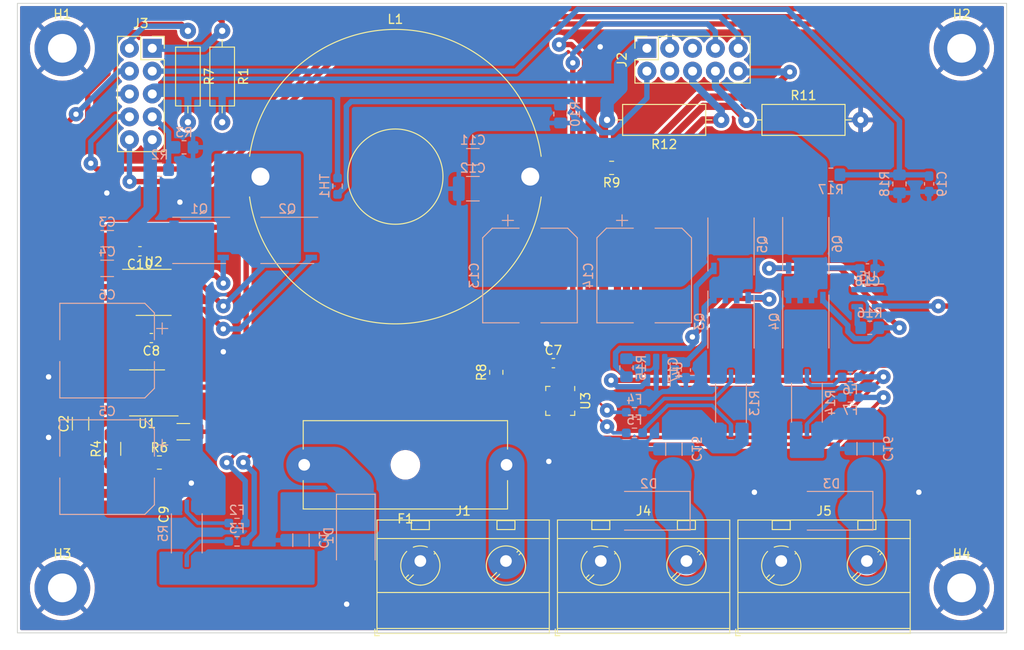
<source format=kicad_pcb>
(kicad_pcb (version 20211014) (generator pcbnew)
  (layers (0 "F.Cu" signal) (31 "B.Cu" signal) (34 "B.Paste" user) (35 "F.Paste" user) (36 "B.SilkS" user "B.Silkscreen") (37 "F.SilkS" user "F.Silkscreen") (38 "B.Mask" user) (39 "F.Mask" user) (44 "Edge.Cuts" user))
  (net 0 "")
  (net 1 "Net-(C1-Pad3)")
  (net 2 "GND")
  (net 3 "Net-(C10-Pad1)")
  (net 4 "Net-(C10-Pad2)")
  (net 5 "+5V")
  (net 6 "Net-(C11-Pad1)")
  (net 7 "/SOLAR+")
  (net 8 "Net-(C15-Pad1)")
  (net 9 "/SOLAR_PWR")
  (net 10 "/+7V")
  (net 11 "Net-(C17-Pad1)")
  (net 12 "Net-(C16-Pad1)")
  (net 13 "Net-(C18-Pad1)")
  (net 14 "Net-(F1-Pad1)")
  (net 15 "/BATT2+")
  (net 16 "Net-(F2-Pad1)")
  (net 17 "/BATT1+")
  (net 18 "PWM_V")
  (net 19 "Net-(F2-Pad2)")
  (net 20 "Net-(F3-Pad2)")
  (net 21 "/SCL")
  (net 22 "/SDA")
  (net 25 "Net-(F3-Pad1)")
  (net 26 "Net-(F4-Pad1)")
  (net 27 "Net-(F4-Pad2)")
  (net 28 "Net-(F5-Pad1)")
  (net 29 "Net-(F5-Pad2)")
  (net 30 "Net-(F6-Pad1)")
  (net 31 "Net-(F6-Pad2)")
  (net 32 "Net-(F7-Pad1)")
  (net 33 "Net-(F7-Pad2)")
  (net 34 "Net-(Q1-Pad4)")
  (net 35 "Net-(Q2-Pad4)")
  (net 36 "Net-(Q3-Pad4)")
  (net 37 "Net-(Q3-Pad5)")
  (net 38 "Net-(Q4-Pad4)")
  (net 39 "Net-(Q4-Pad5)")
  (net 40 "BATT2_ON")
  (net 41 "BATT1_ON")
  (net 42 "/PWM_OK")
  (net 43 "/PWM_OFF")
  (net 44 "/AL1")
  (net 45 "/~{PAC_DOWN}")
  (net 46 "/AL2")
  (net 47 "/PWM")
  (net 48 "/Solar_V")
  (net 51 "/TH")
  (net 52 "Net-(R4-Pad2)")
  (net 53 "Net-(R8-Pad1)")
  (net 54 "Net-(R15-Pad2)")
  (net 55 "Net-(R16-Pad2)")
  (footprint "Resistor_SMD:R_1206_3216Metric_Pad1.30x1.75mm_HandSolder" (layer "F.Cu") (at 60.579 129.54 90)
    (fp_text reference "R4")
    (fp_text value "56k")
  )
  (footprint "Capacitor_SMD:C_1206_3216Metric_Pad1.33x1.80mm_HandSolder" (layer "F.Cu") (at 68.453 127.635 180)
    (fp_text reference "C9")
    (fp_text value "22µ")
  )
  (footprint "MountingHole:MountingHole_3.2mm_M3_DIN965_Pad" (layer "F.Cu") (at 55 85)
    (fp_text reference "H1")
    (fp_text value "MountingHole_Pad")
  )
  (footprint "Package_SO:SOIC-8_3.9x4.9mm_P1.27mm" (layer "F.Cu") (at 65.151 112.141)
    (fp_text reference "U2")
    (fp_text value "NCP5901B")
  )
  (footprint "Capacitor_SMD:C_0603_1608Metric_Pad1.08x0.95mm_HandSolder" (layer "F.Cu") (at 64.897 117.221 180)
    (fp_text reference "C8")
    (fp_text value "100nF")
  )
  (footprint "TerminalBlock_MetzConnect:TerminalBlock_MetzConnect_Type703_RT10N02HGLU_1x02_P9.52mm_Horizontal" (layer "F.Cu") (at 114.874 142.014)
    (fp_text reference "J4")
    (fp_text value "BATT2")
  )
  (footprint "Fuse:Fuseholder_Cylinder-5x20mm_Schurter_0031_8201_Horizontal_Open" (layer "F.Cu") (at 104.394 131.318 180)
    (fp_text reference "F1")
    (fp_text value "10A")
  )
  (footprint "Connector_PinSocket_2.54mm:PinSocket_2x05_P2.54mm_Vertical" (layer "F.Cu") (at 120 85 90)
    (fp_text reference "J2")
    (fp_text value "DCDC-MEASURES")
  )
  (footprint "MountingHole:MountingHole_3.2mm_M3_DIN965_Pad" (layer "F.Cu") (at 155 145)
    (fp_text reference "H4")
    (fp_text value "MountingHole_Pad")
  )
  (footprint "Resistor_THT:R_Axial_DIN0309_L9.0mm_D3.2mm_P12.70mm_Horizontal" (layer "F.Cu") (at 131.064 92.964)
    (fp_text reference "R11")
    (fp_text value "10K")
  )
  (footprint "Capacitor_SMD:C_1206_3216Metric_Pad1.33x1.80mm_HandSolder" (layer "F.Cu") (at 57.023 126.746 90)
    (fp_text reference "C2")
    (fp_text value "100nF50V")
  )
  (footprint "TerminalBlock_MetzConnect:TerminalBlock_MetzConnect_Type703_RT10N02HGLU_1x02_P9.52mm_Horizontal" (layer "F.Cu") (at 134.94 142.014)
    (fp_text reference "J5")
    (fp_text value "BATT1")
  )
  (footprint "local:VQFN-16-1EP_3x3mm_P0.5mm_EP1.1x1.1mm" (layer "F.Cu") (at 110.363 124.206 -90)
    (fp_text reference "U3")
    (fp_text value "PAC1953-1")
  )
  (footprint "Resistor_SMD:R_0805_2012Metric_Pad1.20x1.40mm_HandSolder" (layer "F.Cu") (at 65.786 131.064)
    (fp_text reference "R6")
    (fp_text value "270k")
  )
  (footprint "Inductor_THT:L_Toroid_Horizontal_D32.5mm_P30.00mm_Bourns_2300" (layer "F.Cu") (at 77.028 99.27)
    (fp_text reference "L1")
    (fp_text value "22µH")
  )
  (footprint "Connector_PinSocket_2.54mm:PinSocket_2x05_P2.54mm_Vertical" (layer "F.Cu") (at 65 85)
    (fp_text reference "J3")
    (fp_text value "DCDC-PWM")
  )
  (footprint "MountingHole:MountingHole_3.2mm_M3_DIN965_Pad" (layer "F.Cu") (at 155 85)
    (fp_text reference "H2")
    (fp_text value "MountingHole_Pad")
  )
  (footprint "Capacitor_SMD:C_0603_1608Metric_Pad1.08x0.95mm_HandSolder" (layer "F.Cu") (at 109.601 120.015)
    (fp_text reference "C7")
    (fp_text value "100nF")
  )
  (footprint "Capacitor_SMD:C_0603_1608Metric_Pad1.08x0.95mm_HandSolder" (layer "F.Cu") (at 63.627 107.569 180)
    (fp_text reference "C10")
    (fp_text value "100nF")
  )
  (footprint "Resistor_THT:R_Axial_DIN0309_L9.0mm_D3.2mm_P12.70mm_Horizontal" (layer "F.Cu") (at 128.27 92.964 180)
    (fp_text reference "R12")
    (fp_text value "10K")
  )
  (footprint "TerminalBlock_MetzConnect:TerminalBlock_MetzConnect_Type703_RT10N02HGLU_1x02_P9.52mm_Horizontal" (layer "F.Cu") (at 94.808 142.014)
    (fp_text reference "J1")
    (fp_text value "SOLAR_IN")
  )
  (footprint "Resistor_THT:R_Axial_DIN0207_L6.3mm_D2.5mm_P10.16mm_Horizontal" (layer "F.Cu") (at 72.771 83.058 -90)
    (fp_text reference "R1")
    (fp_text value "100K")
  )
  (footprint "Resistor_SMD:R_0805_2012Metric_Pad1.20x1.40mm_HandSolder" (layer "F.Cu") (at 116.078 98.298 180)
    (fp_text reference "R9")
    (fp_text value "10K")
  )
  (footprint "Package_SO:SOIC-8_3.9x4.9mm_P1.27mm" (layer "F.Cu") (at 64.421 123.317 180)
    (fp_text reference "U1")
    (fp_text value "LP4951C")
  )
  (footprint "Resistor_THT:R_Axial_DIN0207_L6.3mm_D2.5mm_P10.16mm_Horizontal" (layer "F.Cu") (at 68.961 83.058 -90)
    (fp_text reference "R7")
    (fp_text value "100K")
  )
  (footprint "Resistor_SMD:R_0805_2012Metric_Pad1.20x1.40mm_HandSolder" (layer "F.Cu") (at 103.251 121.031 90)
    (fp_text reference "R8")
    (fp_text value "10K")
  )
  (footprint "MountingHole:MountingHole_3.2mm_M3_DIN965_Pad" (layer "F.Cu") (at 55 145)
    (fp_text reference "H3")
    (fp_text value "MountingHole_Pad")
  )
  (footprint "Package_SO:PowerPAK_SO-8_Single" (layer "B.Cu") (at 129.352 115.3935 -90)
    (fp_text reference "Q3")
    (fp_text value "SI7149ADP")
  )
  (footprint "Capacitor_SMD:C_0603_1608Metric_Pad1.08x0.95mm_HandSolder" (layer "B.Cu") (at 144.526 109.474)
    (fp_text reference "C18")
    (fp_text value "100nF")
  )
  (footprint "Package_TO_SOT_SMD:TSOT-23-5" (layer "B.Cu") (at 121.031 120.777 90)
    (fp_text reference "U4")
    (fp_text value "DGD0215")
  )
  (footprint "Package_SO:PowerPAK_SO-8_Single" (layer "B.Cu") (at 137.668 106.752 90)
    (fp_text reference "Q6")
    (fp_text value "SI7149ADP")
  )
  (footprint "Package_SO:PowerPAK_SO-8_Single" (layer "B.Cu") (at 70.214 106.359999 180)
    (fp_text reference "Q1")
    (fp_text value "SIR164ADP")
  )
  (footprint "Resistor_SMD:R_0603_1608Metric_Pad0.98x0.95mm_HandSolder" (layer "B.Cu") (at 74.422 137.795 180)
    (fp_text reference "F2")
    (fp_text value " MC011422")
  )
  (footprint "Resistor_SMD:R_0805_2012Metric_Pad1.20x1.40mm_HandSolder" (layer "B.Cu") (at 148.082 100.076 -90)
    (fp_text reference "R18")
    (fp_text value "22k")
  )
  (footprint "Diode_SMD:D_SMB_Handsoldering" (layer "B.Cu") (at 87.63 139.192 -90)
    (fp_text reference "D1")
    (fp_text value "SMBJ28A")
  )
  (footprint "Capacitor_SMD:CP_Elec_10x12.6" (layer "B.Cu") (at 107 110.264 -90)
    (fp_text reference "C13")
    (fp_text value "330µ35V")
  )
  (footprint "Capacitor_SMD:C_1206_3216Metric_Pad1.33x1.80mm_HandSolder" (layer "B.Cu") (at 100.65 97.056 180)
    (fp_text reference "C11")
    (fp_text value "100nF")
  )
  (footprint "Capacitor_SMD:CP_Elec_10x12.6" (layer "B.Cu") (at 119.7 110.264 -90)
    (fp_text reference "C14")
    (fp_text value "330µ35V")
  )
  (footprint "Capacitor_SMD:CP_Elec_10x12.6" (layer "B.Cu") (at 59.976 131.572 180)
    (fp_text reference "C5")
    (fp_text value "330µ35V")
  )
  (footprint "Resistor_SMD:R_0805_2012Metric_Pad1.20x1.40mm_HandSolder" (layer "B.Cu") (at 117.729 120.523 90)
    (fp_text reference "R15")
    (fp_text value "10")
  )
  (footprint "Package_SO:PowerPAK_SO-8_Single" (layer "B.Cu") (at 80.01 106.359999 180)
    (fp_text reference "Q2")
    (fp_text value "SIR164ADP")
  )
  (footprint "Resistor_SMD:R_0805_2012Metric_Pad1.20x1.40mm_HandSolder" (layer "B.Cu") (at 65.811399 98.501199 180)
    (fp_text reference "R2")
    (fp_text value "22k")
  )
  (footprint "Package_TO_SOT_SMD:TSOT-23-5" (layer "B.Cu") (at 144.526 112.776 180)
    (fp_text reference "U5")
    (fp_text value "DGD0215")
  )
  (footprint "Resistor_SMD:R_0603_1608Metric_Pad0.98x0.95mm_HandSolder" (layer "B.Cu") (at 142.621 123.825)
    (fp_text reference "F7")
    (fp_text value " MC011422")
  )
  (footprint "Package_SO:PowerPAK_SO-8_Single" (layer "B.Cu") (at 129.352 106.807 90)
    (fp_text reference "Q5")
    (fp_text value "SI7149ADP")
  )
  (footprint "Resistor_SMD:R_0805_2012Metric_Pad1.20x1.40mm_HandSolder" (layer "B.Cu") (at 68.5292 96.012 180)
    (fp_text reference "R3")
    (fp_text value "1.74k")
  )
  (footprint "Resistor_SMD:R_0603_1608Metric_Pad0.98x0.95mm_HandSolder" (layer "B.Cu") (at 74.422 139.827 180)
    (fp_text reference "F3")
    (fp_text value " MC011422")
  )
  (footprint "Capacitor_SMD:C_1206_3216Metric_Pad1.33x1.80mm_HandSolder" (layer "B.Cu") (at 59.9825 106.172 180)
    (fp_text reference "C3")
    (fp_text value "4.7µ50V")
  )
  (footprint "Capacitor_SMD:C_1206_3216Metric_Pad1.33x1.80mm_HandSolder" (layer "B.Cu") (at 59.9825 109.474 180)
    (fp_text reference "C4")
    (fp_text value "4.7µ50V")
  )
  (footprint "local:R-Shunt_2512_6332Metric_Pad1.40x3.35mm_HandSolder" (layer "B.Cu") (at 137.795 124.405 90)
    (fp_text reference "R14")
    (fp_text value "0.002")
  )
  (footprint "local:C_filter_1206" (layer "B.Cu") (at 81.534 139.7 90)
    (fp_text reference "C1")
    (fp_text value "YFF31HC")
  )
  (footprint "Resistor_SMD:R_0805_2012Metric_Pad1.20x1.40mm_HandSolder" (layer "B.Cu") (at 144.78 116.078 180)
    (fp_text reference "R16")
    (fp_text value "10")
  )
  (footprint "Resistor_SMD:R_0603_1608Metric_Pad0.98x0.95mm_HandSolder" (layer "B.Cu") (at 118.618 125.476 180)
    (fp_text reference "F4")
    (fp_text value " MC011422")
  )
  (footprint "local:R-Shunt_2512_6332Metric_Pad1.40x3.35mm_HandSolder" (layer "B.Cu") (at 68.834 138.938 -90)
    (fp_text reference "R5")
    (fp_text value "0.002")
  )
  (footprint "Capacitor_SMD:C_1210_3225Metric_Pad1.33x2.70mm_HandSolder" (layer "B.Cu") (at 100.65 100.612 180)
    (fp_text reference "C12")
    (fp_text value "10µ25V")
  )
  (footprint "local:R-Shunt_2512_6332Metric_Pad1.40x3.35mm_HandSolder" (layer "B.Cu") (at 129.352 124.46 90)
    (fp_text reference "R13")
    (fp_text value "0.002")
  )
  (footprint "Diode_SMD:D_SMB_Handsoldering" (layer "B.Cu") (at 120.208 136.426 180)
    (fp_text reference "D2")
    (fp_text value "SMBJ16A")
  )
  (footprint "Resistor_SMD:R_0805_2012Metric_Pad1.20x1.40mm_HandSolder" (layer "B.Cu") (at 140.462 99.06)
    (fp_text reference "R17")
    (fp_text value "157k")
  )
  (footprint "Capacitor_SMD:C_0603_1608Metric_Pad1.08x0.95mm_HandSolder" (layer "B.Cu") (at 151.384 100.076 90)
    (fp_text reference "C19")
    (fp_text value "100nF")
  )
  (footprint "local:C_filter_1206" (layer "B.Cu") (at 144.272 129.54 90)
    (fp_text reference "C16")
    (fp_text value "YFF31HC")
  )
  (footprint "Capacitor_SMD:C_0603_1608Metric_Pad1.08x0.95mm_HandSolder" (layer "B.Cu") (at 124.333 120.777 -90)
    (fp_text reference "C17")
    (fp_text value "100nF")
  )
  (footprint "local:C_filter_1206" (layer "B.Cu") (at 123.002 129.568 90)
    (fp_text reference "C15")
    (fp_text value "YFF31HC")
  )
  (footprint "Resistor_SMD:R_0603_1608Metric_Pad0.98x0.95mm_HandSolder" (layer "B.Cu") (at 85.598 100.33 -90)
    (fp_text reference "TH1")
    (fp_text value "NTC10K")
  )
  (footprint "Resistor_SMD:R_0603_1608Metric_Pad0.98x0.95mm_HandSolder" (layer "B.Cu") (at 142.621 121.539)
    (fp_text reference "F6")
    (fp_text value " MC011422")
  )
  (footprint "Package_SO:PowerPAK_SO-8_Single" (layer "B.Cu") (at 137.668 115.388 -90)
    (fp_text reference "Q4")
    (fp_text value "SI7149ADP")
  )
  (footprint "Diode_SMD:D_SMB_Handsoldering" (layer "B.Cu") (at 140.528 136.426 180)
    (fp_text reference "D3")
    (fp_text value "SMBJ16A")
  )
  (footprint "Resistor_SMD:R_0603_1608Metric_Pad0.98x0.95mm_HandSolder" (layer "B.Cu") (at 118.618 127.762 180)
    (fp_text reference "F5")
    (fp_text value " MC011422")
  )
  (footprint "Capacitor_SMD:CP_Elec_10x12.6" (layer "B.Cu") (at 59.976 118.618 180)
    (fp_text reference "C6")
    (fp_text value "330µ35V")
  )
  (footprint "Resistor_SMD:R_0805_2012Metric_Pad1.20x1.40mm_HandSolder" (layer "B.Cu") (at 110.3884 92.3036 90)
    (fp_text reference "R10")
    (fp_text value "10K")
  )
  (gr_rect (start 50 80) (end 160 150) (layer "Edge.Cuts") (width 0.1) (fill none))
  (segment (start 85.217 131.318) (end 81.894 131.318) (width 4) (layer "B.Cu") (net 1))
  (segment (start 87.63 136.492) (end 87.63 133.731) (width 4) (layer "B.Cu") (net 1))
  (segment (start 87.63 133.731) (end 85.217 131.318) (width 4) (layer "B.Cu") (net 1))
  (segment (start 109.613 125.6435) (end 109.613 130.417) (width 0.25) (layer "F.Cu") (net 2))
  (segment (start 110.113 125.6435) (end 110.113 126.361) (width 0.25) (layer "F.Cu") (net 2))
  (segment (start 110.113 125.6435) (end 110.113 124.456) (width 0.25) (layer "F.Cu") (net 2))
  (segment (start 110.113 122.7685) (end 110.113 123.956) (width 0.25) (layer "F.Cu") (net 2))
  (segment (start 109.613 130.417) (end 109.093 130.937) (width 0.25) (layer "F.Cu") (net 2))
  (segment (start 109.613 125.6435) (end 110.113 125.6435) (width 0.25) (layer "F.Cu") (net 2))
  (segment (start 110.113 126.361) (end 109.728 126.746) (width 0.25) (layer "F.Cu") (net 2))
  (segment (start 110.113 121.5645) (end 108.5635 120.015) (width 0.25) (layer "F.Cu") (net 2))
  (segment (start 110.113 122.7685) (end 110.113 121.5645) (width 0.25) (layer "F.Cu") (net 2))
  (via (at 53.467 121.539) (size 1.6) (drill 0.6) (layers "F.Cu" "B.Cu") (net 2))
  (via (at 53.467 128.27) (size 1.6) (drill 0.6) (layers "F.Cu" "B.Cu") (net 2))
  (via (at 59.944 101.092) (size 1.6) (drill 0.6) (layers "F.Cu" "B.Cu") (net 2))
  (via (at 150.241 134.366) (size 1.6) (drill 0.6) (layers "F.Cu" "B.Cu") (net 2))
  (via (at 108.839 117.856) (size 1.6) (drill 0.6) (layers "F.Cu" "B.Cu") (net 2))
  (via (at 109.093 130.937) (size 1.6) (drill 0.6) (layers "F.Cu" "B.Cu") (net 2))
  (via (at 68.072 102.108) (size 1.6) (drill 0.6) (layers "F.Cu" "B.Cu") (net 2))
  (via (at 86.614 146.812) (size 1.6) (drill 0.6) (layers "F.Cu" "B.Cu") (net 2))
  (via (at 114.808 84.836) (size 1.6) (drill 0.6) (layers "F.Cu" "B.Cu") (net 2))
  (via (at 131.953 134.366) (size 1.6) (drill 0.6) (layers "F.Cu" "B.Cu") (net 2))
  (via (at 72.898 118.745) (size 1.6) (drill 0.6) (layers "F.Cu" "B.Cu") (net 2))
  (segment (start 64.4895 109.007881) (end 64.4895 107.569) (width 0.6) (layer "F.Cu") (net 3))
  (segment (start 66.987619 111.506) (end 64.4895 109.007881) (width 0.6) (layer "F.Cu") (net 3))
  (segment (start 67.626 111.506) (end 70.739 111.506) (width 0.6) (layer "F.Cu") (net 3))
  (segment (start 70.739 111.506) (end 72.898 113.665) (width 0.6) (layer "F.Cu") (net 3))
  (via (at 72.898 113.665) (size 1.6) (drill 0.6) (layers "F.Cu" "B.Cu") (net 3))
  (segment (start 77.215 109.348) (end 77.215 108.264999) (width 0.6) (layer "B.Cu") (net 3))
  (segment (start 72.898 113.665) (end 77.215 109.348) (width 0.6) (layer "B.Cu") (net 3))
  (segment (start 62.5895 107.569) (end 62.5895 110.1495) (width 0.6) (layer "F.Cu") (net 4))
  (segment (start 110.49 118.364) (end 115.189 113.665) (width 1) (layer "F.Cu") (net 5))
  (segment (start 110.49 118.364) (end 110.49 119.8665) (width 1) (layer "F.Cu") (net 5))
  (segment (start 110.613 122.7685) (end 110.613 119.781) (width 0.25) (layer "F.Cu") (net 5))
  (segment (start 115.189 113.665) (end 115.189 93.091) (width 1) (layer "F.Cu") (net 5))
  (segment (start 68.326 89.662) (end 72.136 89.662) (width 1.5) (layer "B.Cu") (net 5))
  (segment (start 72.771 93.218) (end 72.771 90.0938) (width 0.8) (layer "B.Cu") (net 5))
  (segment (start 115.57 90.932) (end 116.5352 89.9668) (width 1.5) (layer "B.Cu") (net 5))
  (segment (start 65.171 89.662) (end 68.326 89.662) (width 1.5) (layer "B.Cu") (net 5))
  (segment (start 72.771 90.0938) (end 73.2028 89.662) (width 0.8) (layer "B.Cu") (net 5))
  (segment (start 68.961 93.218) (end 68.961 90.297) (width 0.8) (layer "B.Cu") (net 5))
  (segment (start 83.4644 89.662) (end 84.7852 89.662) (width 1.5) (layer "B.Cu") (net 5))
  (segment (start 73.2028 89.662) (end 83.4644 89.662) (width 1.5) (layer "B.Cu") (net 5))
  (segment (start 117.094 86.868) (end 118.962 85) (width 1.5) (layer "B.Cu") (net 5))
  (segment (start 84.7852 89.662) (end 116.2304 89.662) (width 1.5) (layer "B.Cu") (net 5))
  (segment (start 116.2304 89.662) (end 116.5352 89.9668) (width 1.5) (layer "B.Cu") (net 5))
  (segment (start 117.094 89.408) (end 117.094 86.868) (width 1.5) (layer "B.Cu") (net 5))
  (segment (start 116.5352 89.9668) (end 117.094 89.408) (width 1.5) (layer "B.Cu") (net 5))
  (segment (start 85.598 90.4748) (end 84.7852 89.662) (width 0.6) (layer "B.Cu") (net 5))
  (segment (start 68.961 90.297) (end 68.326 89.662) (width 0.8) (layer "B.Cu") (net 5))
  (segment (start 118.962 85) (end 120 85) (width 1.5) (layer "B.Cu") (net 5))
  (segment (start 72.136 89.662) (end 73.2028 89.662) (width 1.5) (layer "B.Cu") (net 5))
  (segment (start 115.57 92.964) (end 115.57 90.932) (width 1.5) (layer "B.Cu") (net 5))
  (segment (start 85.598 99.4175) (end 85.598 90.4748) (width 0.6) (layer "B.Cu") (net 5))
  (segment (start 122.908 136.426) (end 122.908 132.478) (width 4) (layer "B.Cu") (net 8))
  (segment (start 124.394 137.912) (end 122.908 136.426) (width 4) (layer "B.Cu") (net 8))
  (segment (start 122.908 132.478) (end 123.002 132.478) (width 4) (layer "B.Cu") (net 8))
  (segment (start 124.394 141.506) (end 124.394 137.912) (width 4) (layer "B.Cu") (net 8))
  (segment (start 53.2765 125.222) (end 61.946 125.222) (width 1) (layer "F.Cu") (net 9))
  (segment (start 51.816 126.6825) (end 53.2765 125.222) (width 1) (layer "F.Cu") (net 9))
  (segment (start 54.737 134.493) (end 51.816 131.572) (width 1) (layer "F.Cu") (net 9))
  (segment (start 68.199 134.493) (end 54.737 134.493) (width 1) (layer "F.Cu") (net 9))
  (segment (start 69.342 133.35) (end 68.199 134.493) (width 1) (layer "F.Cu") (net 9))
  (segment (start 51.816 131.572) (end 51.816 126.6825) (width 1) (layer "F.Cu") (net 9))
  (via (at 69.342 133.35) (size 1.6) (drill 0.6) (layers "F.Cu" "B.Cu") (net 9))
  (segment (start 61.545 106.172) (end 64.77 102.947) (width 1.5) (layer "B.Cu") (net 9))
  (segment (start 64.77 102.947) (end 64.77 95.39) (width 1.5) (layer "B.Cu") (net 9))
  (segment (start 64.77 95.39) (end 65 95.16) (width 1.5) (layer "B.Cu") (net 9))
  (segment (start 66.8905 130.9595) (end 66.786 131.064) (width 1) (layer "F.Cu") (net 10))
  (segment (start 65.659 127.635) (end 64.542 126.518) (width 1) (layer "F.Cu") (net 10))
  (segment (start 64.008 115.378) (end 62.676 114.046) (width 1) (layer "F.Cu") (net 10))
  (segment (start 64.008 123.947263) (end 64.008 115.378) (width 1) (layer "F.Cu") (net 10))
  (segment (start 66.8905 127.635) (end 66.8905 130.9595) (width 1) (layer "F.Cu") (net 10))
  (segment (start 64.542 126.518) (end 64.542 124.481263) (width 1) (layer "F.Cu") (net 10))
  (segment (start 64.542 124.481263) (end 64.008 123.947263) (width 1) (layer "F.Cu") (net 10))
  (segment (start 66.8905 127.635) (end 65.659 127.635) (width 1) (layer "F.Cu") (net 10))
  (segment (start 66.896 125.222) (end 66.896 127.6295) (width 0.6) (layer "F.Cu") (net 10))
  (segment (start 124.333 119.888) (end 126.365 117.856) (width 0.6) (layer "B.Cu") (net 11))
  (segment (start 121.981 121.9145) (end 121.981 119.6395) (width 0.6) (layer "B.Cu") (net 11))
  (segment (start 127.447 112.7235) (end 126.365 113.8055) (width 0.6) (layer "B.Cu") (net 11))
  (segment (start 124.058 119.6395) (end 124.333 119.9145) (width 0.6) (layer "B.Cu") (net 11))
  (segment (start 121.981 119.6395) (end 124.058 119.6395) (width 0.6) (layer "B.Cu") (net 11))
  (segment (start 126.365 113.8055) (end 126.365 117.856) (width 0.6) (layer "B.Cu") (net 11))
  (segment (start 144.46 141.506) (end 144.46 137.658) (width 4) (layer "B.Cu") (net 12))
  (segment (start 143.228 136.426) (end 144.272 135.382) (width 4) (layer "B.Cu") (net 12))
  (segment (start 144.272 135.382) (end 144.272 132.45) (width 4) (layer "B.Cu") (net 12))
  (segment (start 144.46 137.658) (end 143.228 136.426) (width 4) (layer "B.Cu") (net 12))
  (segment (start 143.6635 109.474) (end 143.6635 111.551) (width 0.6) (layer "B.Cu") (net 13))
  (segment (start 143.3885 111.826) (end 145.6635 111.826) (width 0.6) (layer "B.Cu") (net 13))
  (segment (start 143.6635 111.551) (end 143.3885 111.826) (width 0.6) (layer "B.Cu") (net 13))
  (segment (start 139.573 109.422) (end 143.6115 109.422) (width 0.6) (layer "B.Cu") (net 13))
  (segment (start 104.394 131.318) (end 104.394 141.948) (width 4) (layer "B.Cu") (net 14))
  (segment (start 104.394 141.948) (end 104.328 142.014) (width 4) (layer "B.Cu") (net 14))
  (segment (start 73.279 131.064) (end 79.985 124.358) (width 0.4) (layer "F.Cu") (net 16))
  (segment (start 79.985 124.358) (end 106.68 124.358) (width 0.4) (layer "F.Cu") (net 16))
  (segment (start 108.9025 124.433) (end 106.755 124.433) (width 0.25) (layer "F.Cu") (net 16))
  (segment (start 106.755 124.433) (end 106.68 124.358) (width 0.25) (layer "F.Cu") (net 16))
  (segment (start 108.9255 124.456) (end 108.9025 124.433) (width 0.25) (layer "F.Cu") (net 16))
  (via (at 73.279 131.064) (size 1.6) (drill 0.6) (layers "F.Cu" "B.Cu") (net 16))
  (segment (start 75.3345 137.795) (end 75.3345 133.1195) (width 0.6) (layer "B.Cu") (net 16))
  (segment (start 75.3345 133.1195) (end 73.279 131.064) (width 0.6) (layer "B.Cu") (net 16))
  (segment (start 148.082 93.1164) (end 148.082 99.076) (width 0.6) (layer "B.Cu") (net 18))
  (segment (start 135.636 80.6704) (end 148.082 93.1164) (width 0.6) (layer "B.Cu") (net 18))
  (segment (start 148.082 99.076) (end 141.478 99.076) (width 0.6) (layer "B.Cu") (net 18))
  (segment (start 105.42538 87.54) (end 112.29498 80.6704) (width 0.6) (layer "B.Cu") (net 18))
  (segment (start 148.082 99.076) (end 151.3465 99.076) (width 0.6) (layer "B.Cu") (net 18))
  (segment (start 65 87.54) (end 105.42538 87.54) (width 0.6) (layer "B.Cu") (net 18))
  (segment (start 112.29498 80.6704) (end 135.636 80.6704) (width 0.6) (layer "B.Cu") (net 18))
  (segment (start 70.061999 137.795) (end 73.5095 137.795) (width 0.4) (layer "B.Cu") (net 19))
  (segment (start 68.834 135.888) (end 68.834 136.567001) (width 0.4) (layer "B.Cu") (net 19))
  (segment (start 68.834 136.567001) (end 70.061999 137.795) (width 0.4) (layer "B.Cu") (net 19))
  (segment (start 73.5095 139.827) (end 70.315999 139.827) (width 0.4) (layer "B.Cu") (net 20))
  (segment (start 68.834 141.308999) (end 68.834 141.988) (width 0.4) (layer "B.Cu") (net 20))
  (segment (start 70.315999 139.827) (end 68.834 141.308999) (width 0.4) (layer "B.Cu") (net 20))
  (segment (start 107.188 121.158) (end 108.077 122.047) (width 0.6) (layer "F.Cu") (net 21))
  (segment (start 107.188 117.65438) (end 107.188 121.158) (width 0.6) (layer "F.Cu") (net 21))
  (segment (start 113.07 86.07138) (end 113.07 87.15662) (width 0.6) (layer "F.Cu") (net 21))
  (segment (start 112.57 87.65662) (end 112.57 112.27238) (width 0.6) (layer "F.Cu") (net 21))
  (segment (start 112.57 112.27238) (end 107.188 117.65438) (width 0.6) (layer "F.Cu") (net 21))
  (segment (start 109.613 122.7685) (end 108.8915 122.047) (width 0.25) (layer "F.Cu") (net 21))
  (segment (start 110.236 84.582) (end 111.58062 84.582) (width 0.6) (layer "F.Cu") (net 21))
  (segment (start 113.07 87.15662) (end 112.57 87.65662) (width 0.6) (layer "F.Cu") (net 21))
  (segment (start 111.58062 84.582) (end 113.07 86.07138) (width 0.6) (layer "F.Cu") (net 21))
  (segment (start 108.8915 122.047) (end 108.077 122.047) (width 0.25) (layer "F.Cu") (net 21))
  (via (at 110.236 84.582) (size 1.6) (drill 0.6) (layers "F.Cu" "B.Cu") (net 21))
  (segment (start 128.130924 81.486) (end 113.332 81.486) (width 0.6) (layer "B.Cu") (net 21))
  (segment (start 113.332 81.486) (end 110.236 84.582) (width 0.6) (layer "B.Cu") (net 21))
  (segment (start 130.16 85) (end 130.16 83.515076) (width 0.6) (layer "B.Cu") (net 21))
  (segment (start 130.16 83.515076) (end 128.130924 81.486) (width 0.6) (layer "B.Cu") (net 21))
  (segment (start 106.378 121.745) (end 107.442 122.809) (width 0.6) (layer "F.Cu") (net 22))
  (segment (start 106.378 117.318868) (end 106.378 121.745) (width 0.6) (layer "F.Cu") (net 22))
  (segment (start 108.9255 123.456) (end 108.2785 122.809) (width 0.25) (layer "F.Cu") (net 22))
  (segment (start 108.2785 122.809) (end 107.442 122.809) (width 0.25) (layer "F.Cu") (net 22))
  (segment (start 111.76 111.936868) (end 106.378 117.318868) (width 0.6) (layer "F.Cu") (net 22))
  (segment (start 111.76 86.614) (end 111.76 111.936868) (width 0.6) (layer "F.Cu") (net 22))
  (via (at 111.76 86.614) (size 1.6) (drill 0.6) (layers "F.Cu" "B.Cu") (net 22))
  (segment (start 127.62 83.17) (end 127.62 85) (width 0.6) (layer "B.Cu") (net 22))
  (segment (start 111.76 85.598) (end 115.062 82.296) (width 0.6) (layer "B.Cu") (net 22))
  (segment (start 126.746 82.296) (end 127.62 83.17) (width 0.6) (layer "B.Cu") (net 22))
  (segment (start 115.062 82.296) (end 126.746 82.296) (width 0.6) (layer "B.Cu") (net 22))
  (segment (start 111.76 86.614) (end 111.76 85.598) (width 0.6) (layer "B.Cu") (net 22))
  (segment (start 81.184503 124.968) (end 106.68 124.968) (width 0.4) (layer "F.Cu") (net 25))
  (segment (start 75.109708 131.042795) (end 81.184503 124.968) (width 0.4) (layer "F.Cu") (net 25))
  (segment (start 106.692 124.956) (end 106.68 124.968) (width 0.25) (layer "F.Cu") (net 25))
  (segment (start 108.9255 124.956) (end 106.692 124.956) (width 0.25) (layer "F.Cu") (net 25))
  (via (at 75.109708 131.042795) (size 1.6) (drill 0.6) (layers "F.Cu" "B.Cu") (net 25))
  (segment (start 75.3345 139.827) (end 76.332 138.8295) (width 0.6) (layer "B.Cu") (net 25))
  (segment (start 76.332 132.265087) (end 75.109708 131.042795) (width 0.6) (layer "B.Cu") (net 25))
  (segment (start 76.332 138.8295) (end 76.332 132.265087) (width 0.6) (layer "B.Cu") (net 25))
  (segment (start 120.396 125.476) (end 121.92 123.952) (width 0.4) (layer "B.Cu") (net 26))
  (segment (start 129.352 121.41) (end 129.352 122.089001) (width 0.4) (layer "B.Cu") (net 26))
  (segment (start 127.489001 123.952) (end 121.92 123.952) (width 0.4) (layer "B.Cu") (net 26))
  (segment (start 120.396 125.476) (end 119.5305 125.476) (width 0.4) (layer "B.Cu") (net 26))
  (segment (start 129.352 122.089001) (end 127.489001 123.952) (width 0.4) (layer "B.Cu") (net 26))
  (segment (start 115.57 125.250997) (end 114.775003 124.456) (width 0.25) (layer "F.Cu") (net 27))
  (segment (start 114.775003 124.456) (end 111.8005 124.456) (width 0.25) (layer "F.Cu") (net 27))
  (via (at 115.57 125.250997) (size 1.6) (drill 0.6) (layers "F.Cu" "B.Cu") (net 27))
  (segment (start 115.57 125.250997) (end 115.795003 125.476) (width 0.4) (layer "B.Cu") (net 27))
  (segment (start 115.795003 125.476) (end 117.7055 125.476) (width 0.4) (layer "B.Cu") (net 27))
  (segment (start 129.352 126.830999) (end 127.235001 124.714) (width 0.4) (layer "B.Cu") (net 28))
  (segment (start 129.352 127.51) (end 129.352 126.830999) (width 0.4) (layer "B.Cu") (net 28))
  (segment (start 122.31275 124.714) (end 119.5305 127.49625) (width 0.4) (layer "B.Cu") (net 28))
  (segment (start 127.235001 124.714) (end 122.31275 124.714) (width 0.4) (layer "B.Cu") (net 28))
  (segment (start 115.57 127.0605) (end 113.4655 124.956) (width 0.25) (layer "F.Cu") (net 29))
  (segment (start 113.4655 124.956) (end 111.8005 124.956) (width 0.25) (layer "F.Cu") (net 29))
  (via (at 115.57 127.0605) (size 1.6) (drill 0.6) (layers "F.Cu" "B.Cu") (net 29))
  (segment (start 116.2715 127.762) (end 117.7055 127.762) (width 0.4) (layer "B.Cu") (net 29))
  (segment (start 115.57 127.0605) (end 116.2715 127.762) (width 0.4) (layer "B.Cu") (net 29))
  (segment (start 137.795 121.355) (end 137.795 122.034001) (width 0.4) (layer "B.Cu") (net 30))
  (segment (start 137.795 122.034001) (end 138.225999 122.465) (width 0.4) (layer "B.Cu") (net 30))
  (segment (start 140.7825 122.465) (end 141.7085 121.539) (width 0.4) (layer "B.Cu") (net 30))
  (segment (start 138.225999 122.465) (end 140.7825 122.465) (width 0.4) (layer "B.Cu") (net 30))
  (segment (start 111.125 125.6555) (end 111.113 125.6435) (width 0.25) (layer "F.Cu") (net 31))
  (segment (start 111.124999 127.380999) (end 111.125 127.127) (width 0.4) (layer "F.Cu") (net 31))
  (segment (start 111.125 127.127) (end 111.125 125.6555) (width 0.25) (layer "F.Cu") (net 31))
  (segment (start 146.304 121.539) (end 139.573 128.27) (width 0.4) (layer "F.Cu") (net 31))
  (segment (start 112.014 128.27) (end 111.124999 127.380999) (width 0.4) (layer "F.Cu") (net 31))
  (segment (start 139.573 128.27) (end 112.014 128.27) (width 0.4) (layer "F.Cu") (net 31))
  (via (at 146.304 121.539) (size 1.6) (drill 0.6) (layers "F.Cu" "B.Cu") (net 31))
  (segment (start 143.5335 121.539) (end 146.304 121.539) (width 0.6) (layer "B.Cu") (net 31))
  (segment (start 137.795 127.455) (end 137.795 126.775999) (width 0.4) (layer "B.Cu") (net 32))
  (segment (start 137.795 126.775999) (end 140.745999 123.825) (width 0.4) (layer "B.Cu") (net 32))
  (segment (start 140.745999 123.825) (end 141.7085 123.825) (width 0.4) (layer "B.Cu") (net 32))
  (segment (start 110.514999 127.633669) (end 111.91333 129.032) (width 0.4) (layer "F.Cu") (net 33))
  (segment (start 110.613 126.488) (end 110.617 126.492) (width 0.25) (layer "F.Cu") (net 33))
  (segment (start 110.617 126.873) (end 110.514999 126.975001) (width 0.25) (layer "F.Cu") (net 33))
  (segment (start 110.613 125.6435) (end 110.613 126.488) (width 0.25) (layer "F.Cu") (net 33))
  (segment (start 110.514999 126.975001) (end 110.514999 127.128329) (width 0.25) (layer "F.Cu") (net 33))
  (segment (start 110.59 127.053328) (end 110.514999 127.128329) (width 0.25) (layer "F.Cu") (net 33))
  (segment (start 141.097 129.032) (end 146.304 123.825) (width 0.4) (layer "F.Cu") (net 33))
  (segment (start 110.514999 127.128329) (end 110.514999 127.633669) (width 0.4) (layer "F.Cu") (net 33))
  (segment (start 111.91333 129.032) (end 141.097 129.032) (width 0.4) (layer "F.Cu") (net 33))
  (segment (start 110.617 126.492) (end 110.617 126.873) (width 0.25) (layer "F.Cu") (net 33))
  (via (at 146.304 123.825) (size 1.6) (drill 0.6) (layers "F.Cu" "B.Cu") (net 33))
  (segment (start 143.5335 123.825) (end 146.304 123.825) (width 0.6) (layer "B.Cu") (net 33))
  (segment (start 67.626 110.236) (end 72.009 110.236) (width 0.6) (layer "F.Cu") (net 34))
  (segment (start 72.009 110.236) (end 72.898 111.125) (width 0.6) (layer "F.Cu") (net 34))
  (via (at 72.898 111.125) (size 1.6) (drill 0.6) (layers "F.Cu" "B.Cu") (net 34))
  (segment (start 72.884 108.264999) (end 72.884 111.111) (width 0.6) (layer "B.Cu") (net 34))
  (segment (start 72.884 111.111) (end 72.898 111.125) (width 0.6) (layer "B.Cu") (net 34))
  (segment (start 67.626 114.046) (end 70.739 114.046) (width 0.6) (layer "F.Cu") (net 35))
  (segment (start 70.739 114.046) (end 72.898 116.205) (width 0.6) (layer "F.Cu") (net 35))
  (via (at 72.898 116.205) (size 1.6) (drill 0.6) (layers "F.Cu" "B.Cu") (net 35))
  (segment (start 82.68 108.264999) (end 74.739999 116.205) (width 0.6) (layer "B.Cu") (net 35))
  (segment (start 74.739999 116.205) (end 72.898 116.205) (width 0.6) (layer "B.Cu") (net 35))
  (segment (start 129.3735 112.776) (end 125.0555 117.094) (width 0.6) (layer "F.Cu") (net 36))
  (segment (start 133.604 112.903) (end 129.3735 112.776) (width 0.6) (layer "F.Cu") (net 36))
  (via (at 125.0555 117.094) (size 1.6) (drill 0.6) (layers "F.Cu" "B.Cu") (net 36))
  (via (at 133.604 112.903) (size 1.6) (drill 0.6) (layers "F.Cu" "B.Cu") (net 36))
  (segment (start 124.711488 118.364) (end 117.013198 118.364) (width 0.6) (layer "B.Cu") (net 36))
  (segment (start 117.013198 118.364) (end 116.519 118.858198) (width 0.6) (layer "B.Cu") (net 36))
  (segment (start 132.9165 112.7235) (end 131.257 112.7235) (width 0.6) (layer "B.Cu") (net 36))
  (segment (start 125.476 111.448) (end 127.447 109.477) (width 0.6) (layer "B.Cu") (net 36))
  (segment (start 133.604 112.903) (end 132.9165 112.7235) (width 0.6) (layer "B.Cu") (net 36))
  (segment (start 125.476 117.599488) (end 124.711488 118.364) (width 0.6) (layer "B.Cu") (net 36))
  (segment (start 116.519 120.313) (end 117.729 121.523) (width 0.6) (layer "B.Cu") (net 36))
  (segment (start 116.519 118.858198) (end 116.519 120.313) (width 0.6) (layer "B.Cu") (net 36))
  (segment (start 125.476 111.448) (end 125.476 117.599488) (width 0.6) (layer "B.Cu") (net 36))
  (segment (start 148.082 116.078) (end 141.478 109.474) (width 0.6) (layer "F.Cu") (net 38))
  (segment (start 141.478 109.474) (end 133.604 109.474) (width 0.6) (layer "F.Cu") (net 38))
  (via (at 133.604 109.474) (size 1.6) (drill 0.6) (layers "F.Cu" "B.Cu") (net 38))
  (via (at 148.082 116.078) (size 1.6) (drill 0.6) (layers "F.Cu" "B.Cu") (net 38))
  (segment (start 139.573 113.048) (end 142.349 115.824) (width 0.6) (layer "B.Cu") (net 38))
  (segment (start 145.78 116.078) (end 148.082 116.078) (width 0.6) (layer "B.Cu") (net 38))
  (segment (start 142.349 115.824) (end 142.349 116.521802) (width 0.6) (layer "B.Cu") (net 38))
  (segment (start 135.763 109.422) (end 133.656 109.422) (width 0.6) (layer "B.Cu") (net 38))
  (segment (start 143.115198 117.288) (end 144.57 117.288) (width 0.6) (layer "B.Cu") (net 38))
  (segment (start 133.656 109.422) (end 133.604 109.474) (width 0.6) (layer "B.Cu") (net 38))
  (segment (start 144.57 117.288) (end 145.78 116.078) (width 0.6) (layer "B.Cu") (net 38))
  (segment (start 142.349 116.521802) (end 143.115198 117.288) (width 0.6) (layer "B.Cu") (net 38))
  (segment (start 158.496 118.618) (end 158.496 95.374488) (width 0.6) (layer "F.Cu") (net 40))
  (segment (start 116.020463 121.922252) (end 116.022715 121.92) (width 0.6) (layer "F.Cu") (net 40))
  (segment (start 156.885 120.229) (end 158.496 118.618) (width 0.6) (layer "F.Cu") (net 40))
  (segment (start 116.022715 121.92) (end 143.129 121.92) (width 0.6) (layer "F.Cu") (net 40))
  (segment (start 144.732 81.610488) (end 144.732 81.486) (width 0.6) (layer "F.Cu") (net 40))
  (segment (start 71.82962 98.425) (end 58.801 98.425) (width 0.6) (layer "F.Cu") (net 40))
  (segment (start 144.732 81.486) (end 88.76862 81.486) (width 0.6) (layer "F.Cu") (net 40))
  (segment (start 143.129 121.92) (end 144.82 120.229) (width 0.6) (layer "F.Cu") (net 40))
  (segment (start 88.76862 81.486) (end 71.82962 98.425) (width 0.6) (layer "F.Cu") (net 40))
  (segment (start 144.82 120.229) (end 156.885 120.229) (width 0.6) (layer "F.Cu") (net 40))
  (segment (start 158.496 95.374488) (end 144.732 81.610488) (width 0.6) (layer "F.Cu") (net 40))
  (segment (start 58.801 98.425) (end 58.166 97.79) (width 0.6) (layer "F.Cu") (net 40))
  (via (at 58.166 97.79) (size 1.6) (drill 0.6) (layers "F.Cu" "B.Cu") (net 40))
  (via (at 116.020463 121.922252) (size 1.6) (drill 0.6) (layers "F.Cu" "B.Cu") (net 40))
  (segment (start 58.166 97.79) (end 58.166 95.377) (width 0.6) (layer "B.Cu") (net 40))
  (segment (start 116.731211 122.633) (end 119.3625 122.633) (width 0.6) (layer "B.Cu") (net 40))
  (segment (start 60.923 92.62) (end 62.46 92.62) (width 0.6) (layer "B.Cu") (net 40))
  (segment (start 119.3625 122.633) (end 120.081 121.9145) (width 0.6) (layer "B.Cu") (net 40))
  (segment (start 116.020463 121.922252) (end 116.731211 122.633) (width 0.6) (layer "B.Cu") (net 40))
  (segment (start 58.166 95.377) (end 60.923 92.62) (width 0.6) (layer "B.Cu") (net 40))
  (segment (start 71.578132 99.822) (end 89.104132 82.296) (width 0.6) (layer "F.Cu") (net 41))
  (segment (start 154.94 113.665) (end 152.4 113.665) (width 0.6) (layer "F.Cu") (net 41))
  (segment (start 157.686 95.71) (end 157.686 110.919) (width 0.6) (layer "F.Cu") (net 41))
  (segment (start 144.272 82.296) (end 157.686 95.71) (width 0.6) (layer "F.Cu") (net 41))
  (segment (start 62.484 99.822) (end 71.578132 99.822) (width 0.6) (layer "F.Cu") (net 41))
  (segment (start 157.686 110.919) (end 154.94 113.665) (width 0.6) (layer "F.Cu") (net 41))
  (segment (start 89.104132 82.296) (end 144.272 82.296) (width 0.6) (layer "F.Cu") (net 41))
  (via (at 152.4 113.665) (size 1.6) (drill 0.6) (layers "F.Cu" "B.Cu") (net 41))
  (via (at 62.484 99.822) (size 1.6) (drill 0.6) (layers "F.Cu" "B.Cu") (net 41))
  (segment (start 145.7245 113.665) (end 145.6635 113.726) (width 0.6) (layer "B.Cu") (net 41))
  (segment (start 62.46 99.798) (end 62.46 95.16) (width 0.6) (layer "B.Cu") (net 41))
  (segment (start 152.4 113.665) (end 145.7245 113.665) (width 0.6) (layer "B.Cu") (net 41))
  (segment (start 62.484 99.822) (end 62.46 99.798) (width 0.6) (layer "B.Cu") (net 41))
  (segment (start 61.022243 81.534) (end 59.261 83.295243) (width 0.6) (layer "F.Cu") (net 42))
  (segment (start 72.771 82.042) (end 72.263 81.534) (width 0.6) (layer "F.Cu") (net 42))
  (segment (start 52.657 94.0915) (end 52.657 106.507512) (width 0.6) (layer "F.Cu") (net 42))
  (segment (start 60.706 114.107619) (end 60.706 120.172) (width 0.6) (layer "F.Cu") (net 42))
  (segment (start 60.706 120.172) (end 61.946 121.412) (width 0.6) (layer "F.Cu") (net 42))
  (segment (start 59.261 87.4875) (end 52.657 94.0915) (width 0.6) (layer "F.Cu") (net 42))
  (segment (start 72.263 81.534) (end 61.022243 81.534) (width 0.6) (layer "F.Cu") (net 42))
  (segment (start 58.925488 112.776) (end 62.676 112.776) (width 0.6) (layer "F.Cu") (net 42))
  (segment (start 52.657 106.507512) (end 58.925488 112.776) (width 0.6) (layer "F.Cu") (net 42))
  (segment (start 62.037619 112.776) (end 60.706 114.107619) (width 0.6) (layer "F.Cu") (net 42))
  (segment (start 59.261 83.295243) (end 59.261 87.4875) (width 0.6) (layer "F.Cu") (net 42))
  (segment (start 65 85) (end 70.702 85) (width 0.8) (layer "B.Cu") (net 42))
  (segment (start 70.702 85) (end 72.644 83.058) (width 0.8) (layer "B.Cu") (net 42))
  (segment locked (start 60.071 87.823012) (end 57.825 90.069012) (width 0.6) (layer "F.Cu") (net 43))
  (segment (start 68.247 82.344) (end 61.357755 82.344) (width 0.6) (layer "F.Cu") (net 43))
  (segment (start 59.12962 104.902) (end 73.152 104.902) (width 0.6) (layer "F.Cu") (net 43))
  (segment (start 54.277 96.41962) (end 54.277 100.04938) (width 0.6) (layer "F.Cu") (net 43))
  (segment (start 71.72881 122.682) (end 66.896 122.682) (width 0.6) (layer "F.Cu") (net 43))
  (segment (start 57.825 90.069012) (end 57.825 92.87162) (width 0.6) (layer "F.Cu") (net 43))
  (segment (start 68.961 83.058) (end 68.247 82.344) (width 0.6) (layer "F.Cu") (net 43))
  (segment (start 57.825 92.87162) (end 54.277 96.41962) (width 0.6) (layer "F.Cu") (net 43))
  (segment (start 54.277 100.04938) (end 59.12962 104.902) (width 0.6) (layer "F.Cu") (net 43))
  (segment (start 61.357755 82.344) (end 60.071 83.630755) (width 0.6) (layer "F.Cu") (net 43))
  (segment (start 75.438 107.188) (end 75.438 118.97281) (width 0.6) (layer "F.Cu") (net 43))
  (segment (start 73.152 104.902) (end 75.438 107.188) (width 0.6) (layer "F.Cu") (net 43))
  (segment (start 75.438 118.97281) (end 71.72881 122.682) (width 0.6) (layer "F.Cu") (net 43))
  (segment (start 60.071 83.630755) (end 60.071 87.823012) (width 0.6) (layer "F.Cu") (net 43))
  (segment (start 64.083 82.55) (end 68.453 82.55) (width 0.6) (layer "B.Cu") (net 43))
  (segment (start 68.453 82.55) (end 68.961 83.058) (width 0.6) (layer "B.Cu") (net 43))
  (segment (start 62.631 84.582) (end 62.631 84.002) (width 0.6) (layer "B.Cu") (net 43))
  (segment (start 62.46 85) (end 62.46 84.173) (width 0.6) (layer "B.Cu") (net 43))
  (segment (start 62.46 84.173) (end 64.083 82.55) (width 0.6) (layer "B.Cu") (net 43))
  (segment (start 116.725 113.698778) (end 112.100389 118.323389) (width 0.8) (layer "F.Cu") (net 44))
  (segment (start 111.113 121.535) (end 112.100389 120.547611) (width 0.25) (layer "F.Cu") (net 44))
  (segment (start 116.725 99.536644) (end 116.725 113.698778) (width 0.8) (layer "F.Cu") (net 44))
  (segment (start 125.837644 90.424) (end 133.096 90.424) (width 0.8) (layer "F.Cu") (net 44))
  (segment (start 111.113 122.7685) (end 111.113 121.535) (width 0.25) (layer "F.Cu") (net 44))
  (segment (start 116.725 99.536644) (end 125.837644 90.424) (width 0.8) (layer "F.Cu") (net 44))
  (segment (start 112.100389 120.547611) (end 112.100389 118.323389) (width 0.25) (layer "F.Cu") (net 44))
  (segment (start 133.096 90.424) (end 135.89 87.63) (width 0.8) (layer "F.Cu") (net 44))
  (via (at 135.89 87.63) (size 1.6) (drill 0.6) (layers "F.Cu" "B.Cu") (net 44))
  (segment (start 135.89 87.63) (end 130.25 87.63) (width 0.8) (layer "B.Cu") (net 44))
  (segment (start 111.8005 123.456) (end 111.76 123.4155) (width 0.25) (layer "F.Cu") (net 45))
  (segment (start 113.03 118.822134) (end 113.03 119.761) (width 0.8) (layer "F.Cu") (net 45))
  (segment (start 117.735 99.955) (end 117.735 114.117134) (width 0.8) (layer "F.Cu") (net 45))
  (segment (start 111.76 123.4155) (end 111.76 121.538538) (width 0.25) (layer "F.Cu") (net 45))
  (segment (start 113.03 120.268538) (end 113.03 119.761) (width 0.25) (layer "F.Cu") (net 45))
  (segment (start 126.236 91.454) (end 117.735 99.955) (width 0.8) (layer "F.Cu") (net 45))
  (segment (start 117.735 114.117134) (end 113.03 118.822134) (width 0.8) (layer "F.Cu") (net 45))
  (segment (start 129.554 91.454) (end 126.236 91.454) (width 0.8) (layer "F.Cu") (net 45))
  (segment (start 111.76 121.538538) (end 113.03 120.268538) (width 0.25) (layer "F.Cu") (net 45))
  (segment (start 131.064 92.964) (end 129.554 91.454) (width 0.8) (layer "F.Cu") (net 45))
  (segment (start 127.62 87.54) (end 127.62 89.266) (width 0.8) (layer "B.Cu") (net 45))
  (segment (start 127.62 89.266) (end 131.064 92.71) (width 0.8) (layer "B.Cu") (net 45))
  (segment (start 118.745 100.457) (end 118.745 114.53549) (width 0.8) (layer "F.Cu") (net 46))
  (segment (start 112.656538 121.292538) (end 112.656538 123.599612) (width 0.25) (layer "F.Cu") (net 46))
  (segment (start 114.3 119.649076) (end 112.656538 121.292538) (width 0.25) (layer "F.Cu") (net 46))
  (segment (start 118.745 114.53549) (end 114.3 118.98049) (width 0.8) (layer "F.Cu") (net 46))
  (segment (start 112.30015 123.956) (end 111.8005 123.956) (width 0.25) (layer "F.Cu") (net 46))
  (segment (start 112.656538 123.599612) (end 112.30015 123.956) (width 0.25) (layer "F.Cu") (net 46))
  (segment (start 126.238 92.964) (end 118.745 100.457) (width 0.8) (layer "F.Cu") (net 46))
  (segment (start 114.3 119.634) (end 114.3 119.649076) (width 0.25) (layer "F.Cu") (net 46))
  (segment (start 114.3 118.98049) (end 114.3 119.634) (width 0.8) (layer "F.Cu") (net 46))
  (segment (start 128.27 92.964) (end 126.238 92.964) (width 0.8) (layer "F.Cu") (net 46))
  (segment (start 125.08 88.758) (end 128.27 91.948) (width 0.8) (layer "B.Cu") (net 46))
  (segment (start 128.27 91.948) (end 128.27 92.964) (width 0.8) (layer "B.Cu") (net 46))
  (segment (start 125.08 87.54) (end 125.08 88.758) (width 0.8) (layer "B.Cu") (net 46))
  (segment (start 53.467 95.377) (end 56.515 92.329) (width 0.6) (layer "F.Cu") (net 47))
  (segment (start 53.467 106.172) (end 53.467 95.377) (width 0.6) (layer "F.Cu") (net 47))
  (segment (start 58.801 111.506) (end 53.467 106.172) (width 0.6) (layer "F.Cu") (net 47))
  (segment (start 62.676 111.506) (end 58.801 111.506) (width 0.6) (layer "F.Cu") (net 47))
  (via (at 56.515 92.329) (size 1.6) (drill 0.6) (layers "F.Cu" "B.Cu") (net 47))
  (segment (start 56.515 92.329) (end 61.304 87.54) (width 0.6) (layer "B.Cu") (net 47))
  (segment (start 61.304 87.54) (end 62.46 87.54) (width 0.6) (layer "B.Cu") (net 47))
  (segment (start 66.811399 95.764601) (end 66.811399 94.328999) (width 0.6) (layer "B.Cu") (net 48))
  (segment (start 66.811399 94.328999) (end 66.6322 94.1498) (width 0.6) (layer "B.Cu") (net 48))
  (segment (start 66.811399 98.501199) (end 66.811399 95.764601) (width 0.6) (layer "B.Cu") (net 48))
  (segment (start 65.1024 92.62) (end 66.6322 94.1498) (width 0.6) (layer "B.Cu") (net 48))
  (segment (start 87.1066 90.922) (end 111.533958 90.922) (width 0.6) (layer "B.Cu") (net 51))
  (segment (start 86.583 91.4456) (end 87.1066 90.922) (width 0.6) (layer "B.Cu") (net 51))
  (segment (start 85.598 101.2425) (end 86.583 100.2575) (width 0.6) (layer "B.Cu") (net 51))
  (segment (start 120 90.528042) (end 120 87.54) (width 0.6) (layer "B.Cu") (net 51))
  (segment (start 86.583 100.2575) (end 86.583 91.4456) (width 0.6) (layer "B.Cu") (net 51))
  (segment (start 114.985958 94.374) (end 116.154042 94.374) (width 0.6) (layer "B.Cu") (net 51))
  (segment (start 116.154042 94.374) (end 120 90.528042) (width 0.6) (layer "B.Cu") (net 51))
  (segment (start 111.533958 90.922) (end 114.985958 94.374) (width 0.6) (layer "B.Cu") (net 51))
  (segment (start 63.532 127.635) (end 63.532 129.81) (width 0.6) (layer "F.Cu") (net 52))
  (segment (start 63.532 127.635) (end 60.934 127.635) (width 0.6) (layer "F.Cu") (net 52))
  (segment (start 62.584381 123.952) (end 63.532 124.899619) (width 0.6) (layer "F.Cu") (net 52))
  (segment (start 63.532 124.899619) (end 63.532 127.635) (width 0.6) (layer "F.Cu") (net 52))
  (segment (start 63.532 129.81) (end 64.786 131.064) (width 0.6) (layer "F.Cu") (net 52))
  (segment (start 108.9255 123.956) (end 107.034604 123.956) (width 0.25) (layer "F.Cu") (net 53))
  (segment (start 104.41 123.19) (end 106.268604 123.19) (width 0.25) (layer "F.Cu") (net 53))
  (segment (start 107.034604 123.956) (end 106.268604 123.19) (width 0.25) (layer "F.Cu") (net 53))
  (segment (start 103.251 122.031) (end 104.41 123.19) (width 0.25) (layer "F.Cu") (net 53))
  (segment (start 117.729 119.523) (end 119.9645 119.523) (width 0.6) (layer "B.Cu") (net 54))
  (segment (start 119.9645 119.523) (end 120.081 119.6395) (width 0.6) (layer "B.Cu") (net 54))
  (segment (start 143.3885 115.6865) (end 143.78 116.078) (width 0.6) (layer "B.Cu") (net 55))
  (segment (start 143.3885 113.726) (end 143.3885 115.6865) (width 0.6) (layer "B.Cu") (net 55))
  (zone (net 2) (net_name "GND") (layers F&B.Cu) (connect_pads (clearance 0.3)) (min_thickness 0.254) (fill yes (thermal_gap 0.508) (thermal_bridge_width 0.508) (smoothing fillet) (radius 1))
    (polygon (pts (xy 160.528 150.368) (xy 49.276 150.368) (xy 49.276 79.629) (xy 160.528 79.629)))
  )
  (zone (net 1) (net_name "Net-(C1-Pad3)") (layer "B.Cu") (priority 3) (connect_pads yes (clearance 0.21)) (min_thickness 0.254) (fill yes (thermal_gap 0.508) (thermal_bridge_width 0.508) (smoothing fillet) (radius 0.2))
    (polygon (pts (xy 89.916 138.684) (xy 79.248 138.684) (xy 79.248 134.366) (xy 89.916 134.366)))
  )
  (zone (net 6) (net_name "Net-(C11-Pad1)") (layer "B.Cu") (priority 1) (connect_pads yes (clearance 0.3)) (min_thickness 0.254) (fill yes (thermal_gap 0.21) (thermal_bridge_width 0.508) (smoothing fillet) (radius 1))
    (polygon (pts (xy 140.081 97.536) (xy 140.018421 107.996016) (xy 127.574 107.978) (xy 124.018 111.534) (xy 100.396 111.534) (xy 100.396 94.516) (xy 136.398 94.488)))
  )
  (zone (net 3) (net_name "Net-(C10-Pad1)") (layer "B.Cu") (priority 1) (connect_pads yes (clearance 0.3)) (min_thickness 0.254) (fill yes (thermal_gap 0.21) (thermal_bridge_width 0.508) (smoothing fillet) (radius 0.2))
    (polygon (pts (xy 71.882 107.883999) (xy 74.604 107.883999) (xy 76.128 109.407999) (xy 81.534 109.407999) (xy 81.534 96.707999) (xy 71.882 96.707999)))
  )
  (zone (net 17) (net_name "/BATT1+") (layer "B.Cu") (priority 2) (connect_pads yes (clearance 0.3)) (min_thickness 0.254) (fill yes (thermal_gap 0.508) (thermal_bridge_width 0.508) (smoothing fillet) (radius 0.2))
    (polygon (pts (xy 146.304 125.984) (xy 146.304 128.524) (xy 140.716 128.524) (xy 139.7 129.54) (xy 139.7 130.556) (xy 135.89 130.556) (xy 135.89 126.492) (xy 139.573 126.492) (xy 141.224 124.968) (xy 145.288 124.968)))
  )
  (zone (net 9) (net_name "/SOLAR_PWR") (layer "B.Cu") (priority 2) (connect_pads yes (clearance 0.3)) (min_thickness 0.254) (fill yes (thermal_gap 0.508) (thermal_bridge_width 0.508) (smoothing fillet) (radius 0.2))
    (polygon (pts (xy 71.882 110.236) (xy 70.612 111.506) (xy 70.612 129.794) (xy 73.152 132.588) (xy 73.152 136.906) (xy 59.944 136.906) (xy 59.944 104.394) (xy 71.882 104.394)))
  )
  (zone (net 13) (net_name "Net-(C18-Pad1)") (layer "B.Cu") (priority 2) (connect_pads yes (clearance 0.3)) (min_thickness 0.254) (fill yes (thermal_gap 0.508) (thermal_bridge_width 0.508) (smoothing fillet) (radius 0.2) (island_removal_mode 1) (island_area_min 0))
    (polygon (pts (xy 140.081 112.7545) (xy 135.255 112.7545) (xy 135.255 108.1825) (xy 140.081 108.1825)))
  )
  (zone (net 11) (net_name "Net-(C17-Pad1)") (layer "B.Cu") (priority 2) (connect_pads yes (clearance 0.3)) (min_thickness 0.254) (fill yes (thermal_gap 0.508) (thermal_bridge_width 0.508) (smoothing fillet) (radius 0.2) (island_removal_mode 1) (island_area_min 0))
    (polygon (pts (xy 126.939 108.1825) (xy 126.939 112.7545) (xy 131.765 112.7545) (xy 131.765 108.1825)))
  )
  (zone (net 39) (net_name "Net-(Q4-Pad5)") (layer "B.Cu") (priority 2) (connect_pads yes (clearance 0.21)) (min_thickness 0.254) (fill yes (thermal_gap 0.508) (thermal_bridge_width 0.508) (smoothing fillet) (radius 0.2))
    (polygon (pts (xy 140.081 122.301) (xy 135.255 122.301) (xy 135.255 114.046) (xy 140.081 114.046)))
  )
  (zone (net 15) (net_name "/BATT2+") (layer "B.Cu") (priority 2) (connect_pads yes (clearance 0.3)) (min_thickness 0.254) (fill yes (thermal_gap 0.508) (thermal_bridge_width 0.508) (smoothing fillet) (radius 0.2))
    (polygon (pts (xy 131.318 129.032) (xy 129.794 130.048) (xy 127.254 130.048) (xy 125.73 128.524) (xy 121.666 128.524) (xy 121.666 125.984) (xy 122.682 124.968) (xy 125.857 124.968) (xy 127.508 126.619) (xy 131.318 126.619)))
  )
  (zone (net 37) (net_name "Net-(Q3-Pad5)") (layer "B.Cu") (priority 2) (connect_pads yes (clearance 0.21)) (min_thickness 0.254) (fill yes (thermal_gap 0.508) (thermal_bridge_width 0.508) (smoothing fillet) (radius 0.2))
    (polygon (pts (xy 131.699 122.301) (xy 127 122.301) (xy 127 113.919) (xy 131.699 113.919)))
  )
  (zone (net 7) (net_name "/SOLAR+") (layer "B.Cu") (priority 2) (connect_pads yes (clearance 0.21)) (min_thickness 0.254) (fill yes (thermal_gap 0.508) (thermal_bridge_width 0.508) (smoothing fillet) (radius 0.2))
    (polygon (pts (xy 83.058 144.653) (xy 65.786 144.653) (xy 65.786 140.97) (xy 70.866 140.97) (xy 71.12 140.716) (xy 83.058 140.716)))
  )
)
</source>
